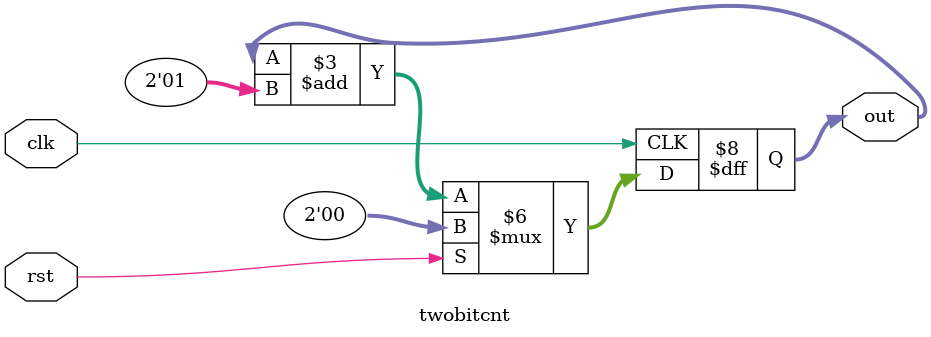
<source format=v>
`timescale 1ns / 1ps


module twobitcnt (
    input clk,     
    input rst,     
    output reg [1:0] out
);
  
    initial begin
        out = 2'b00;
    end
    
    always @(posedge clk) begin
        if (rst == 1'b1) 
            out <= 2'b00; 
        else
            out <= out + 2'b01; 
    end
endmodule



</source>
